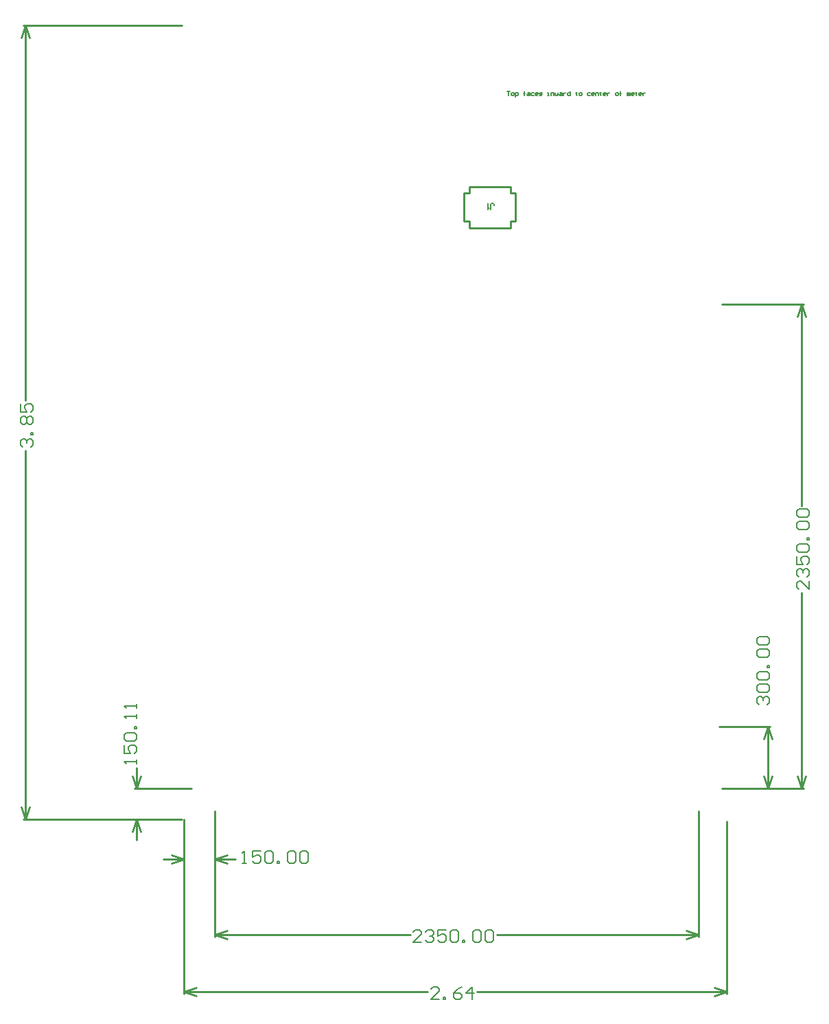
<source format=gbr>
%TF.GenerationSoftware,Altium Limited,Altium Designer,18.0.9 (584)*%
G04 Layer_Color=8421376*
%FSLAX26Y26*%
%MOIN*%
%TF.FileFunction,Other,Mechanical_1*%
%TF.Part,Single*%
G01*
G75*
%TA.AperFunction,NonConductor*%
%ADD53C,0.005000*%
%ADD78C,0.010000*%
%ADD85C,0.006000*%
D53*
X1569110Y3533104D02*
X1582439D01*
X1575775D01*
Y3513110D01*
X1592436D02*
X1599101D01*
X1602433Y3516443D01*
Y3523107D01*
X1599101Y3526439D01*
X1592436D01*
X1589104Y3523107D01*
Y3516443D01*
X1592436Y3513110D01*
X1609097Y3506446D02*
Y3526439D01*
X1619094D01*
X1622426Y3523107D01*
Y3516443D01*
X1619094Y3513110D01*
X1609097D01*
X1652417D02*
Y3529771D01*
Y3523107D01*
X1649084D01*
X1655749D01*
X1652417D01*
Y3529771D01*
X1655749Y3533104D01*
X1669078Y3526439D02*
X1675742D01*
X1679074Y3523107D01*
Y3513110D01*
X1669078D01*
X1665745Y3516443D01*
X1669078Y3519775D01*
X1679074D01*
X1699068Y3526439D02*
X1689071D01*
X1685739Y3523107D01*
Y3516443D01*
X1689071Y3513110D01*
X1699068D01*
X1715729D02*
X1709065D01*
X1705733Y3516443D01*
Y3523107D01*
X1709065Y3526439D01*
X1715729D01*
X1719062Y3523107D01*
Y3519775D01*
X1705733D01*
X1725726Y3513110D02*
X1735723D01*
X1739055Y3516443D01*
X1735723Y3519775D01*
X1729058D01*
X1725726Y3523107D01*
X1729058Y3526439D01*
X1739055D01*
X1765713Y3513110D02*
X1772378D01*
X1769045D01*
Y3526439D01*
X1765713D01*
X1782374Y3513110D02*
Y3526439D01*
X1792371D01*
X1795703Y3523107D01*
Y3513110D01*
X1802368Y3526439D02*
Y3516443D01*
X1805700Y3513110D01*
X1809032Y3516443D01*
X1812365Y3513110D01*
X1815697Y3516443D01*
Y3526439D01*
X1825694D02*
X1832358D01*
X1835690Y3523107D01*
Y3513110D01*
X1825694D01*
X1822361Y3516443D01*
X1825694Y3519775D01*
X1835690D01*
X1842355Y3526439D02*
Y3513110D01*
Y3519775D01*
X1845687Y3523107D01*
X1849019Y3526439D01*
X1852352D01*
X1875677Y3533104D02*
Y3513110D01*
X1865681D01*
X1862348Y3516443D01*
Y3523107D01*
X1865681Y3526439D01*
X1875677D01*
X1905668Y3529771D02*
Y3526439D01*
X1902335D01*
X1909000D01*
X1905668D01*
Y3516443D01*
X1909000Y3513110D01*
X1922329D02*
X1928993D01*
X1932326Y3516443D01*
Y3523107D01*
X1928993Y3526439D01*
X1922329D01*
X1918997Y3523107D01*
Y3516443D01*
X1922329Y3513110D01*
X1972313Y3526439D02*
X1962316D01*
X1958984Y3523107D01*
Y3516443D01*
X1962316Y3513110D01*
X1972313D01*
X1988974D02*
X1982309D01*
X1978977Y3516443D01*
Y3523107D01*
X1982309Y3526439D01*
X1988974D01*
X1992306Y3523107D01*
Y3519775D01*
X1978977D01*
X1998971Y3513110D02*
Y3526439D01*
X2008967D01*
X2012300Y3523107D01*
Y3513110D01*
X2022296Y3529771D02*
Y3526439D01*
X2018964D01*
X2025629D01*
X2022296D01*
Y3516443D01*
X2025629Y3513110D01*
X2045622D02*
X2038958D01*
X2035625Y3516443D01*
Y3523107D01*
X2038958Y3526439D01*
X2045622D01*
X2048954Y3523107D01*
Y3519775D01*
X2035625D01*
X2055619Y3526439D02*
Y3513110D01*
Y3519775D01*
X2058951Y3523107D01*
X2062283Y3526439D01*
X2065616D01*
X2098938Y3513110D02*
X2105603D01*
X2108935Y3516443D01*
Y3523107D01*
X2105603Y3526439D01*
X2098938D01*
X2095606Y3523107D01*
Y3516443D01*
X2098938Y3513110D01*
X2118932D02*
Y3529771D01*
Y3523107D01*
X2115599D01*
X2122264D01*
X2118932D01*
Y3529771D01*
X2122264Y3533104D01*
X2152254Y3513110D02*
Y3526439D01*
X2155586D01*
X2158919Y3523107D01*
Y3513110D01*
Y3523107D01*
X2162251Y3526439D01*
X2165583Y3523107D01*
Y3513110D01*
X2182244D02*
X2175580D01*
X2172248Y3516443D01*
Y3523107D01*
X2175580Y3526439D01*
X2182244D01*
X2185577Y3523107D01*
Y3519775D01*
X2172248D01*
X2195573Y3529771D02*
Y3526439D01*
X2192241D01*
X2198906D01*
X2195573D01*
Y3516443D01*
X2198906Y3513110D01*
X2218899D02*
X2212235D01*
X2208903Y3516443D01*
Y3523107D01*
X2212235Y3526439D01*
X2218899D01*
X2222231Y3523107D01*
Y3519775D01*
X2208903D01*
X2228896Y3526439D02*
Y3513110D01*
Y3519775D01*
X2232228Y3523107D01*
X2235561Y3526439D01*
X2238893D01*
X1490396Y2960113D02*
Y2982966D01*
X1491824Y2987251D01*
X1493252Y2988679D01*
X1496109Y2990107D01*
X1498965D01*
X1501822Y2988679D01*
X1503250Y2987251D01*
X1504678Y2982966D01*
Y2980109D01*
X1482683Y2965827D02*
X1479827Y2964398D01*
X1475542Y2960113D01*
Y2990107D01*
D78*
X1585110Y2902612D02*
X1610110D01*
X1585110Y2870112D02*
Y2902612D01*
X1385110Y2870112D02*
X1585110D01*
X1385110D02*
Y2902612D01*
X1360110D02*
X1385110D01*
X1360110D02*
Y3037612D01*
X1385110D01*
Y3070112D01*
X1585110D01*
Y3037612D02*
Y3070112D01*
Y3037612D02*
X1610110D01*
Y2902612D02*
Y3037612D01*
X2834646Y450110D02*
X2854646Y390110D01*
X2814646D02*
X2834646Y450110D01*
X2814646Y210110D02*
X2834646Y150110D01*
X2854646Y210110D01*
X2834646Y300110D02*
Y450110D01*
Y150110D02*
Y300110D01*
X2598023Y450110D02*
X2844646D01*
X2612535Y150110D02*
X2844646D01*
X-251890Y210110D02*
X-231890Y150110D01*
X-211890Y210110D01*
X-231890Y0D02*
X-211890Y-60000D01*
X-251890D02*
X-231890Y0D01*
Y150110D02*
Y250110D01*
Y-100000D02*
Y0D01*
X-241890D02*
X-10000D01*
X-241890Y150110D02*
X37685D01*
X-59890Y-213898D02*
X110Y-193898D01*
X-59890Y-173898D02*
X110Y-193898D01*
X150110D02*
X210110Y-173898D01*
X150110Y-193898D02*
X210110Y-213898D01*
X-99890Y-193898D02*
X110D01*
X150110D02*
X250110D01*
X150110Y-203898D02*
Y37685D01*
X110Y-203898D02*
Y110D01*
X2440110Y-581850D02*
X2500110Y-561850D01*
X2440110Y-541850D02*
X2500110Y-561850D01*
X150110D02*
X210110Y-541850D01*
X150110Y-561850D02*
X210110Y-581850D01*
X1520047Y-561850D02*
X2500110D01*
X150110D02*
X1098173D01*
X2500110Y-571850D02*
Y37685D01*
X150110Y-571850D02*
Y37685D01*
X3000000Y2500110D02*
X3020000Y2440110D01*
X2980000D02*
X3000000Y2500110D01*
X2980000Y210110D02*
X3000000Y150110D01*
X3020000Y210110D01*
X3000000Y1520047D02*
Y2500110D01*
Y150110D02*
Y1098173D01*
X2612535Y2500110D02*
X3010000D01*
X2612535Y150110D02*
X3010000D01*
X-790890Y60000D02*
X-770890Y0D01*
X-750890Y60000D01*
X-770890Y3852110D02*
X-750890Y3792110D01*
X-790890D02*
X-770890Y3852110D01*
Y0D02*
Y1789089D01*
Y2031021D02*
Y3852110D01*
X-780890Y0D02*
X-10000D01*
X-780890Y3852110D02*
X-10000D01*
X2577795Y-857441D02*
X2637795Y-837441D01*
X2577795Y-817441D02*
X2637795Y-837441D01*
X0D02*
X60000Y-817441D01*
X0Y-837441D02*
X60000Y-857441D01*
X1423864Y-837441D02*
X2637795D01*
X0D02*
X1181932D01*
X2637795Y-847441D02*
Y-10000D01*
X0Y-847441D02*
Y-10000D01*
D85*
X2792536Y555118D02*
X2782539Y565115D01*
Y585108D01*
X2792536Y595105D01*
X2802533D01*
X2812529Y585108D01*
Y575112D01*
Y585108D01*
X2822526Y595105D01*
X2832523D01*
X2842520Y585108D01*
Y565115D01*
X2832523Y555118D01*
X2792536Y615099D02*
X2782539Y625096D01*
Y645089D01*
X2792536Y655086D01*
X2832523D01*
X2842520Y645089D01*
Y625096D01*
X2832523Y615099D01*
X2792536D01*
Y675079D02*
X2782539Y685076D01*
Y705070D01*
X2792536Y715066D01*
X2832523D01*
X2842520Y705070D01*
Y685076D01*
X2832523Y675079D01*
X2792536D01*
X2842520Y735060D02*
X2832523D01*
Y745057D01*
X2842520D01*
Y735060D01*
X2792536Y785044D02*
X2782539Y795040D01*
Y815034D01*
X2792536Y825031D01*
X2832523D01*
X2842520Y815034D01*
Y795040D01*
X2832523Y785044D01*
X2792536D01*
Y845024D02*
X2782539Y855021D01*
Y875015D01*
X2792536Y885011D01*
X2832523D01*
X2842520Y875015D01*
Y855021D01*
X2832523Y845024D01*
X2792536D01*
X-231890Y268110D02*
Y288104D01*
Y278107D01*
X-291870D01*
X-281874Y268110D01*
X-291870Y358081D02*
Y318094D01*
X-261880D01*
X-271877Y338087D01*
Y348084D01*
X-261880Y358081D01*
X-241887D01*
X-231890Y348084D01*
Y328091D01*
X-241887Y318094D01*
X-281874Y378075D02*
X-291870Y388071D01*
Y408065D01*
X-281874Y418062D01*
X-241887D01*
X-231890Y408065D01*
Y388071D01*
X-241887Y378075D01*
X-281874D01*
X-231890Y438055D02*
X-241887D01*
Y448052D01*
X-231890D01*
Y438055D01*
Y488039D02*
Y508033D01*
Y498036D01*
X-291870D01*
X-281874Y488039D01*
X-231890Y538023D02*
Y558016D01*
Y548020D01*
X-291870D01*
X-281874Y538023D01*
X281496Y-215551D02*
X301490D01*
X291493D01*
Y-155571D01*
X281496Y-165567D01*
X371467Y-155571D02*
X331480D01*
Y-185561D01*
X351473Y-175564D01*
X361470D01*
X371467Y-185561D01*
Y-205554D01*
X361470Y-215551D01*
X341477D01*
X331480Y-205554D01*
X391461Y-165567D02*
X401457Y-155571D01*
X421451D01*
X431448Y-165567D01*
Y-205554D01*
X421451Y-215551D01*
X401457D01*
X391461Y-205554D01*
Y-165567D01*
X451441Y-215551D02*
Y-205554D01*
X461438D01*
Y-215551D01*
X451441D01*
X501425Y-165567D02*
X511422Y-155571D01*
X531415D01*
X541412Y-165567D01*
Y-205554D01*
X531415Y-215551D01*
X511422D01*
X501425Y-205554D01*
Y-165567D01*
X561405D02*
X571402Y-155571D01*
X591396D01*
X601393Y-165567D01*
Y-205554D01*
X591396Y-215551D01*
X571402D01*
X561405Y-205554D01*
Y-165567D01*
X1154160Y-597841D02*
X1114173D01*
X1154160Y-557854D01*
Y-547857D01*
X1144163Y-537860D01*
X1124170D01*
X1114173Y-547857D01*
X1174154D02*
X1184150Y-537860D01*
X1204144D01*
X1214141Y-547857D01*
Y-557854D01*
X1204144Y-567850D01*
X1194147D01*
X1204144D01*
X1214141Y-577847D01*
Y-587844D01*
X1204144Y-597841D01*
X1184150D01*
X1174154Y-587844D01*
X1274121Y-537860D02*
X1234134D01*
Y-567850D01*
X1254128Y-557854D01*
X1264124D01*
X1274121Y-567850D01*
Y-587844D01*
X1264124Y-597841D01*
X1244131D01*
X1234134Y-587844D01*
X1294115Y-547857D02*
X1304112Y-537860D01*
X1324105D01*
X1334102Y-547857D01*
Y-587844D01*
X1324105Y-597841D01*
X1304112D01*
X1294115Y-587844D01*
Y-547857D01*
X1354095Y-597841D02*
Y-587844D01*
X1364092D01*
Y-597841D01*
X1354095D01*
X1404079Y-547857D02*
X1414076Y-537860D01*
X1434070D01*
X1444066Y-547857D01*
Y-587844D01*
X1434070Y-597841D01*
X1414076D01*
X1404079Y-587844D01*
Y-547857D01*
X1464060D02*
X1474057Y-537860D01*
X1494050D01*
X1504047Y-547857D01*
Y-587844D01*
X1494050Y-597841D01*
X1474057D01*
X1464060Y-587844D01*
Y-547857D01*
X3035990Y1154160D02*
Y1114173D01*
X2996003Y1154160D01*
X2986006D01*
X2976010Y1144163D01*
Y1124170D01*
X2986006Y1114173D01*
Y1174154D02*
X2976010Y1184150D01*
Y1204144D01*
X2986006Y1214141D01*
X2996003D01*
X3006000Y1204144D01*
Y1194147D01*
Y1204144D01*
X3015997Y1214141D01*
X3025994D01*
X3035990Y1204144D01*
Y1184150D01*
X3025994Y1174154D01*
X2976010Y1274121D02*
Y1234134D01*
X3006000D01*
X2996003Y1254128D01*
Y1264124D01*
X3006000Y1274121D01*
X3025994D01*
X3035990Y1264124D01*
Y1244131D01*
X3025994Y1234134D01*
X2986006Y1294115D02*
X2976010Y1304112D01*
Y1324105D01*
X2986006Y1334102D01*
X3025994D01*
X3035990Y1324105D01*
Y1304112D01*
X3025994Y1294115D01*
X2986006D01*
X3035990Y1354095D02*
X3025994D01*
Y1364092D01*
X3035990D01*
Y1354095D01*
X2986006Y1404079D02*
X2976010Y1414076D01*
Y1434070D01*
X2986006Y1444066D01*
X3025994D01*
X3035990Y1434070D01*
Y1414076D01*
X3025994Y1404079D01*
X2986006D01*
Y1464060D02*
X2976010Y1474057D01*
Y1494050D01*
X2986006Y1504047D01*
X3025994D01*
X3035990Y1494050D01*
Y1474057D01*
X3025994Y1464060D01*
X2986006D01*
X-784883Y1805089D02*
X-794880Y1815086D01*
Y1835079D01*
X-784883Y1845076D01*
X-774887D01*
X-764890Y1835079D01*
Y1825082D01*
Y1835079D01*
X-754893Y1845076D01*
X-744896D01*
X-734899Y1835079D01*
Y1815086D01*
X-744896Y1805089D01*
X-734899Y1865070D02*
X-744896D01*
Y1875066D01*
X-734899D01*
Y1865070D01*
X-784883Y1915053D02*
X-794880Y1925050D01*
Y1945044D01*
X-784883Y1955041D01*
X-774887D01*
X-764890Y1945044D01*
X-754893Y1955041D01*
X-744896D01*
X-734899Y1945044D01*
Y1925050D01*
X-744896Y1915053D01*
X-754893D01*
X-764890Y1925050D01*
X-774887Y1915053D01*
X-784883D01*
X-764890Y1925050D02*
Y1945044D01*
X-794880Y2015021D02*
Y1975034D01*
X-764890D01*
X-774887Y1995027D01*
Y2005024D01*
X-764890Y2015021D01*
X-744896D01*
X-734899Y2005024D01*
Y1985031D01*
X-744896Y1975034D01*
X1237919Y-873431D02*
X1197932D01*
X1237919Y-833444D01*
Y-823447D01*
X1227922Y-813451D01*
X1207928D01*
X1197932Y-823447D01*
X1257912Y-873431D02*
Y-863434D01*
X1267909D01*
Y-873431D01*
X1257912D01*
X1347883Y-813451D02*
X1327889Y-823447D01*
X1307896Y-843441D01*
Y-863434D01*
X1317893Y-873431D01*
X1337886D01*
X1347883Y-863434D01*
Y-853438D01*
X1337886Y-843441D01*
X1307896D01*
X1397867Y-873431D02*
Y-813451D01*
X1367877Y-843441D01*
X1407864D01*
%TF.MD5,af953d8cb094a90fe0b70bf7d1aecc23*%
M02*

</source>
